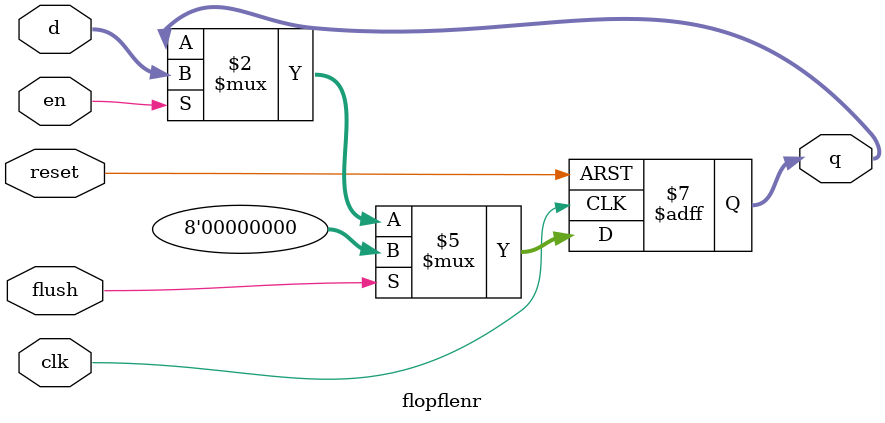
<source format=sv>
module flopflenr #( parameter WIDTH = 8 )
				  ( input logic 	         clk, reset, en, flush,
			        input logic  [WIDTH-1:0] d,
				    output logic [WIDTH-1:0] q );

	always_ff @( posedge clk, posedge reset )
	begin
		if (reset) 	    q <= 0;
		else begin
			if (flush) q <= 0;
			else if (en)	q <= d;
		end
	end		
endmodule
</source>
